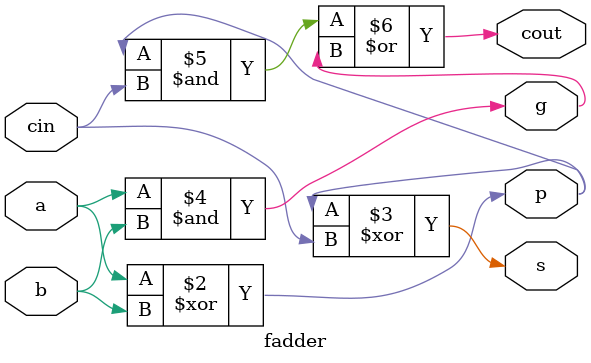
<source format=v>
module fadder(s, cin, p, g, cout, a, b);

	input a, b, cin;
	output reg s;
    output reg p;
    output reg g;
    output reg cout;
	
    always @(*) begin
        p = a ^ b;
    	s = p ^ cin;
        g = a & b;
        cout = (p & cin) | g;
    end

endmodule
</source>
